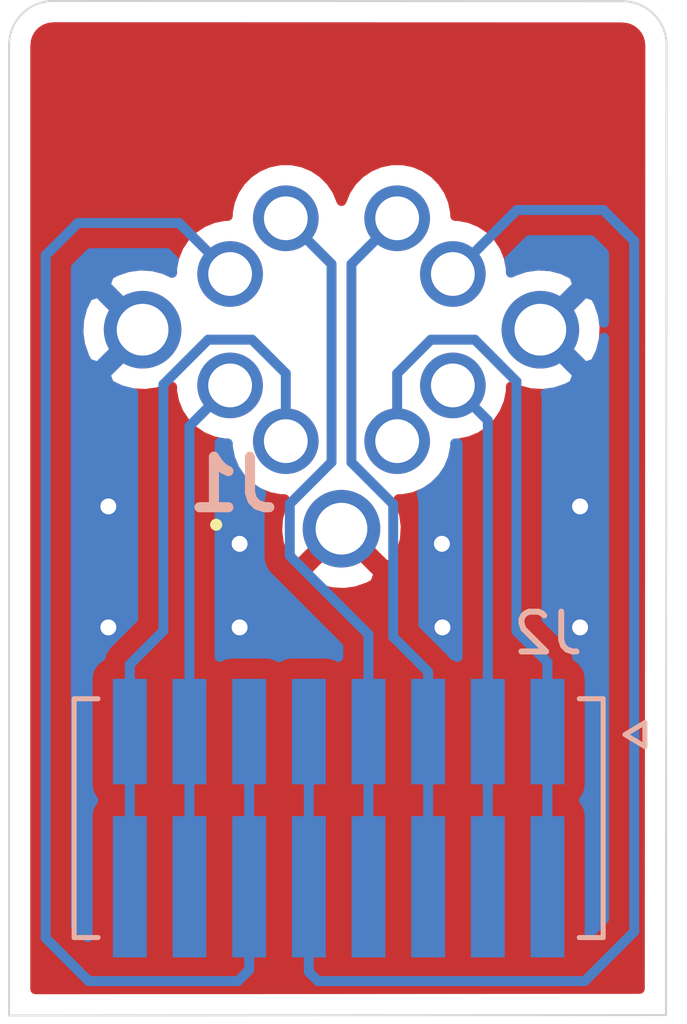
<source format=kicad_pcb>
(kicad_pcb (version 20171130) (host pcbnew 5.1.10-88a1d61d58~88~ubuntu18.04.1)

  (general
    (thickness 1.6)
    (drawings 6)
    (tracks 65)
    (zones 0)
    (modules 2)
    (nets 10)
  )

  (page A4)
  (layers
    (0 F.Cu signal)
    (31 B.Cu signal)
    (32 B.Adhes user)
    (33 F.Adhes user)
    (34 B.Paste user)
    (35 F.Paste user)
    (36 B.SilkS user)
    (37 F.SilkS user)
    (38 B.Mask user)
    (39 F.Mask user)
    (40 Dwgs.User user)
    (41 Cmts.User user)
    (42 Eco1.User user)
    (43 Eco2.User user)
    (44 Edge.Cuts user)
    (45 Margin user)
    (46 B.CrtYd user)
    (47 F.CrtYd user)
    (48 B.Fab user)
    (49 F.Fab user)
  )

  (setup
    (last_trace_width 0.25)
    (trace_clearance 0.2)
    (zone_clearance 0.508)
    (zone_45_only no)
    (trace_min 0.2)
    (via_size 0.8)
    (via_drill 0.4)
    (via_min_size 0.4)
    (via_min_drill 0.3)
    (uvia_size 0.3)
    (uvia_drill 0.1)
    (uvias_allowed no)
    (uvia_min_size 0.2)
    (uvia_min_drill 0.1)
    (edge_width 0.05)
    (segment_width 0.2)
    (pcb_text_width 0.3)
    (pcb_text_size 1.5 1.5)
    (mod_edge_width 0.12)
    (mod_text_size 1 1)
    (mod_text_width 0.15)
    (pad_size 1.524 1.524)
    (pad_drill 0.762)
    (pad_to_mask_clearance 0)
    (aux_axis_origin 0 0)
    (visible_elements FFFFFF7F)
    (pcbplotparams
      (layerselection 0x010fc_ffffffff)
      (usegerberextensions false)
      (usegerberattributes true)
      (usegerberadvancedattributes true)
      (creategerberjobfile true)
      (excludeedgelayer true)
      (linewidth 0.100000)
      (plotframeref false)
      (viasonmask false)
      (mode 1)
      (useauxorigin false)
      (hpglpennumber 1)
      (hpglpenspeed 20)
      (hpglpendiameter 15.000000)
      (psnegative false)
      (psa4output false)
      (plotreference true)
      (plotvalue true)
      (plotinvisibletext false)
      (padsonsilk false)
      (subtractmaskfromsilk false)
      (outputformat 1)
      (mirror false)
      (drillshape 1)
      (scaleselection 1)
      (outputdirectory ""))
  )

  (net 0 "")
  (net 1 GND)
  (net 2 /ETH_TRX3_N)
  (net 3 /ETH_TRX3_P)
  (net 4 /ETH_TRX1_N)
  (net 5 /ETH_TRX2_N)
  (net 6 /ETH_TRX2_P)
  (net 7 /ETH_TRX1_P)
  (net 8 /ETH_TRX0_N)
  (net 9 /ETH_TRX0_P)

  (net_class Default "This is the default net class."
    (clearance 0.2)
    (trace_width 0.25)
    (via_dia 0.8)
    (via_drill 0.4)
    (uvia_dia 0.3)
    (uvia_drill 0.1)
    (add_net /ETH_TRX0_N)
    (add_net /ETH_TRX0_P)
    (add_net /ETH_TRX1_N)
    (add_net /ETH_TRX1_P)
    (add_net /ETH_TRX2_N)
    (add_net /ETH_TRX2_P)
    (add_net /ETH_TRX3_N)
    (add_net /ETH_TRX3_P)
    (add_net GND)
  )

  (module footprints:MOLEX_874370873 (layer B.Cu) (tedit 61BC3736) (tstamp 61BCA3CA)
    (at 133.99008 106.89336 180)
    (path /61BC4F07)
    (fp_text reference J2 (at -5.26288 4.64312) (layer B.SilkS)
      (effects (font (size 1 1) (thickness 0.15)) (justify mirror))
    )
    (fp_text value 874370873 (at 0 -4.34848) (layer B.Fab)
      (effects (font (size 1 1) (thickness 0.15)) (justify mirror))
    )
    (fp_poly (pts (xy 4.7488 0.1262) (xy 5.7512 0.1262) (xy 5.7512 -3.5762) (xy 4.7488 -3.5762)) (layer B.Mask) (width 0.01))
    (fp_poly (pts (xy 4.7488 3.5762) (xy 5.7512 3.5762) (xy 5.7512 0.7738) (xy 4.7488 0.7738)) (layer B.Mask) (width 0.01))
    (fp_poly (pts (xy 4.825 0.85) (xy 5.675 0.85) (xy 5.675 0.05) (xy 4.825 0.05)) (layer Dwgs.User) (width 0.01))
    (fp_poly (pts (xy 3.2488 0.1262) (xy 4.2512 0.1262) (xy 4.2512 -3.5762) (xy 3.2488 -3.5762)) (layer B.Mask) (width 0.01))
    (fp_poly (pts (xy 3.2488 3.5762) (xy 4.2512 3.5762) (xy 4.2512 0.7738) (xy 3.2488 0.7738)) (layer B.Mask) (width 0.01))
    (fp_poly (pts (xy 3.325 0.85) (xy 4.175 0.85) (xy 4.175 0.05) (xy 3.325 0.05)) (layer Dwgs.User) (width 0.01))
    (fp_poly (pts (xy 1.7488 0.1262) (xy 2.7512 0.1262) (xy 2.7512 -3.5762) (xy 1.7488 -3.5762)) (layer B.Mask) (width 0.01))
    (fp_poly (pts (xy 1.7488 3.5762) (xy 2.7512 3.5762) (xy 2.7512 0.7738) (xy 1.7488 0.7738)) (layer B.Mask) (width 0.01))
    (fp_poly (pts (xy 1.825 0.85) (xy 2.675 0.85) (xy 2.675 0.05) (xy 1.825 0.05)) (layer Dwgs.User) (width 0.01))
    (fp_poly (pts (xy 0.2488 0.1262) (xy 1.2512 0.1262) (xy 1.2512 -3.5762) (xy 0.2488 -3.5762)) (layer B.Mask) (width 0.01))
    (fp_poly (pts (xy 0.2488 3.5762) (xy 1.2512 3.5762) (xy 1.2512 0.7738) (xy 0.2488 0.7738)) (layer B.Mask) (width 0.01))
    (fp_poly (pts (xy 0.325 0.85) (xy 1.175 0.85) (xy 1.175 0.05) (xy 0.325 0.05)) (layer Dwgs.User) (width 0.01))
    (fp_poly (pts (xy -1.2512 0.1262) (xy -0.2488 0.1262) (xy -0.2488 -3.5762) (xy -1.2512 -3.5762)) (layer B.Mask) (width 0.01))
    (fp_poly (pts (xy -1.2512 3.5762) (xy -0.2488 3.5762) (xy -0.2488 0.7738) (xy -1.2512 0.7738)) (layer B.Mask) (width 0.01))
    (fp_poly (pts (xy -1.175 0.85) (xy -0.325 0.85) (xy -0.325 0.05) (xy -1.175 0.05)) (layer Dwgs.User) (width 0.01))
    (fp_poly (pts (xy -2.7512 0.1262) (xy -1.7488 0.1262) (xy -1.7488 -3.5762) (xy -2.7512 -3.5762)) (layer B.Mask) (width 0.01))
    (fp_poly (pts (xy -2.7512 3.5762) (xy -1.7488 3.5762) (xy -1.7488 0.7738) (xy -2.7512 0.7738)) (layer B.Mask) (width 0.01))
    (fp_poly (pts (xy -2.675 0.85) (xy -1.825 0.85) (xy -1.825 0.05) (xy -2.675 0.05)) (layer Dwgs.User) (width 0.01))
    (fp_poly (pts (xy -4.2512 0.1262) (xy -3.2488 0.1262) (xy -3.2488 -3.5762) (xy -4.2512 -3.5762)) (layer B.Mask) (width 0.01))
    (fp_poly (pts (xy -4.2512 3.5762) (xy -3.2488 3.5762) (xy -3.2488 0.7738) (xy -4.2512 0.7738)) (layer B.Mask) (width 0.01))
    (fp_poly (pts (xy -4.175 0.85) (xy -3.325 0.85) (xy -3.325 0.05) (xy -4.175 0.05)) (layer Dwgs.User) (width 0.01))
    (fp_poly (pts (xy -5.675 0.85) (xy -4.825 0.85) (xy -4.825 0.05) (xy -5.675 0.05)) (layer Dwgs.User) (width 0.01))
    (fp_line (start 6.65 -3) (end 6.05 -3) (layer B.SilkS) (width 0.127))
    (fp_line (start 6.65 3) (end 6.05 3) (layer B.SilkS) (width 0.127))
    (fp_line (start -6.05 3) (end -6.65 3) (layer B.SilkS) (width 0.127))
    (fp_line (start -6.65 -3) (end -6.05 -3) (layer B.SilkS) (width 0.127))
    (fp_poly (pts (xy -5.7512 3.5762) (xy -4.7488 3.5762) (xy -4.7488 0.7738) (xy -5.7512 0.7738)) (layer B.Mask) (width 0.01))
    (fp_line (start -7.92 4.77) (end 7.92 4.77) (layer B.CrtYd) (width 0.05))
    (fp_line (start -7.92 -4.77) (end -7.92 4.77) (layer B.CrtYd) (width 0.05))
    (fp_line (start 7.92 -4.77) (end -7.92 -4.77) (layer B.CrtYd) (width 0.05))
    (fp_line (start 7.92 4.77) (end 7.92 -4.77) (layer B.CrtYd) (width 0.05))
    (fp_line (start -7.2 2.1) (end -7.7 1.8) (layer B.Fab) (width 0.127))
    (fp_line (start -7.7 2.4) (end -7.2 2.1) (layer B.Fab) (width 0.127))
    (fp_line (start -7.7 1.8) (end -7.7 2.4) (layer B.Fab) (width 0.127))
    (fp_line (start -7.2 2.1) (end -7.7 2.4) (layer B.SilkS) (width 0.127))
    (fp_line (start -7.7 1.8) (end -7.2 2.1) (layer B.SilkS) (width 0.127))
    (fp_line (start -7.7 2.4) (end -7.7 1.8) (layer B.SilkS) (width 0.127))
    (fp_line (start 6.65 -3) (end 6.65 3) (layer B.SilkS) (width 0.127))
    (fp_line (start -6.65 -3) (end -6.65 3) (layer B.SilkS) (width 0.127))
    (fp_line (start -6.65 3) (end 6.65 3) (layer B.Fab) (width 0.127))
    (fp_line (start -6.65 -3) (end -6.65 3) (layer B.Fab) (width 0.127))
    (fp_line (start 6.65 -3) (end -6.65 -3) (layer B.Fab) (width 0.127))
    (fp_line (start 6.65 3) (end 6.65 -3) (layer B.Fab) (width 0.127))
    (fp_poly (pts (xy -5.7512 0.1262) (xy -4.7488 0.1262) (xy -4.7488 -3.5762) (xy -5.7512 -3.5762)) (layer B.Mask) (width 0.01))
    (pad 8_2 smd rect (at 5.25 -1.725 180) (size 0.85 3.55) (layers B.Cu B.Paste)
      (net 9 /ETH_TRX0_P))
    (pad 8_1 smd rect (at 5.25 2.175 180) (size 0.85 2.65) (layers B.Cu B.Paste)
      (net 9 /ETH_TRX0_P))
    (pad 7_2 smd rect (at 3.75 -1.725 180) (size 0.85 3.55) (layers B.Cu B.Paste)
      (net 8 /ETH_TRX0_N))
    (pad 7_1 smd rect (at 3.75 2.175 180) (size 0.85 2.65) (layers B.Cu B.Paste)
      (net 8 /ETH_TRX0_N))
    (pad 6_2 smd rect (at 2.25 -1.725 180) (size 0.85 3.55) (layers B.Cu B.Paste)
      (net 7 /ETH_TRX1_P))
    (pad 6_1 smd rect (at 2.25 2.175 180) (size 0.85 2.65) (layers B.Cu B.Paste)
      (net 7 /ETH_TRX1_P))
    (pad 5_2 smd rect (at 0.75 -1.725 180) (size 0.85 3.55) (layers B.Cu B.Paste)
      (net 4 /ETH_TRX1_N))
    (pad 5_1 smd rect (at 0.75 2.175 180) (size 0.85 2.65) (layers B.Cu B.Paste)
      (net 4 /ETH_TRX1_N))
    (pad 4_2 smd rect (at -0.75 -1.725 180) (size 0.85 3.55) (layers B.Cu B.Paste)
      (net 6 /ETH_TRX2_P))
    (pad 4_1 smd rect (at -0.75 2.175 180) (size 0.85 2.65) (layers B.Cu B.Paste)
      (net 6 /ETH_TRX2_P))
    (pad 3_2 smd rect (at -2.25 -1.725 180) (size 0.85 3.55) (layers B.Cu B.Paste)
      (net 5 /ETH_TRX2_N))
    (pad 3_1 smd rect (at -2.25 2.175 180) (size 0.85 2.65) (layers B.Cu B.Paste)
      (net 5 /ETH_TRX2_N))
    (pad 2_2 smd rect (at -3.75 -1.725 180) (size 0.85 3.55) (layers B.Cu B.Paste)
      (net 3 /ETH_TRX3_P))
    (pad 2_1 smd rect (at -3.75 2.175 180) (size 0.85 2.65) (layers B.Cu B.Paste)
      (net 3 /ETH_TRX3_P))
    (pad 1_2 smd rect (at -5.25 -1.725 180) (size 0.85 3.55) (layers B.Cu B.Paste)
      (net 2 /ETH_TRX3_N))
    (pad 1_1 smd rect (at -5.25 2.175 180) (size 0.85 2.65) (layers B.Cu B.Paste)
      (net 2 /ETH_TRX3_N))
    (model ${KIPRJMOD}/3d_models/874370873.stp
      (offset (xyz 0 -0.5 3))
      (scale (xyz 1 1 1))
      (rotate (xyz -90 0 180))
    )
  )

  (module footprints:1424177 (layer F.Cu) (tedit 0) (tstamp 61BC7F20)
    (at 132.16128 100.02012)
    (descr 1424177-1)
    (tags Connector)
    (path /61BC2D1C)
    (fp_text reference J1 (at -0.82296 -1.51384) (layer B.SilkS)
      (effects (font (size 1.27 1.27) (thickness 0.254)) (justify mirror))
    )
    (fp_text value 1424177 (at 1.9 -4.912) (layer F.SilkS) hide
      (effects (font (size 1.27 1.27) (thickness 0.254)))
    )
    (fp_line (start -5.075 -11.4) (end 8.875 -11.4) (layer F.CrtYd) (width 0.1))
    (fp_line (start 8.875 -11.4) (end 8.875 1.575) (layer F.CrtYd) (width 0.1))
    (fp_line (start 8.875 1.575) (end -5.075 1.575) (layer F.CrtYd) (width 0.1))
    (fp_line (start -5.075 1.575) (end -5.075 -11.4) (layer F.CrtYd) (width 0.1))
    (fp_line (start -3.1 -5.4) (end -3.1 -5.4) (layer F.Fab) (width 0.2))
    (fp_line (start 6.9 -5.4) (end 6.9 -5.4) (layer F.Fab) (width 0.2))
    (fp_line (start -1.3 -0.5) (end -1.3 -0.5) (layer F.SilkS) (width 0.2))
    (fp_line (start -1.2 -0.5) (end -1.2 -0.5) (layer F.SilkS) (width 0.2))
    (fp_line (start -1.3 -0.5) (end -1.3 -0.5) (layer F.SilkS) (width 0.2))
    (fp_arc (start -1.25 -0.5) (end -1.3 -0.5) (angle -180) (layer F.SilkS) (width 0.2))
    (fp_arc (start -1.25 -0.5) (end -1.2 -0.5) (angle -180) (layer F.SilkS) (width 0.2))
    (fp_arc (start -1.25 -0.5) (end -1.3 -0.5) (angle -180) (layer F.SilkS) (width 0.2))
    (fp_arc (start 1.9 -5.4) (end 6.9 -5.4) (angle -180) (layer F.Fab) (width 0.2))
    (fp_arc (start 1.9 -5.4) (end -3.1 -5.4) (angle -180) (layer F.Fab) (width 0.2))
    (fp_text user %R (at -0.82804 -1.50368) (layer B.Fab)
      (effects (font (size 1.27 1.27) (thickness 0.254)) (justify mirror))
    )
    (pad MH3 thru_hole circle (at 6.9 -5.4) (size 1.95 1.95) (drill 1.3) (layers *.Cu *.Mask)
      (net 1 GND))
    (pad MH2 thru_hole circle (at -3.1 -5.4) (size 1.95 1.95) (drill 1.3) (layers *.Cu *.Mask)
      (net 1 GND))
    (pad MH1 thru_hole circle (at 1.9 -0.4) (size 1.95 1.95) (drill 1.3) (layers *.Cu *.Mask)
      (net 1 GND))
    (pad 8 thru_hole circle (at 3.3 -2.6) (size 1.65 1.65) (drill 1.1) (layers *.Cu *.Mask)
      (net 2 /ETH_TRX3_N))
    (pad 7 thru_hole circle (at 4.7 -4) (size 1.65 1.65) (drill 1.1) (layers *.Cu *.Mask)
      (net 3 /ETH_TRX3_P))
    (pad 6 thru_hole circle (at 4.7 -6.8) (size 1.65 1.65) (drill 1.1) (layers *.Cu *.Mask)
      (net 4 /ETH_TRX1_N))
    (pad 5 thru_hole circle (at 3.3 -8.2) (size 1.65 1.65) (drill 1.1) (layers *.Cu *.Mask)
      (net 5 /ETH_TRX2_N))
    (pad 4 thru_hole circle (at 0.5 -8.2) (size 1.65 1.65) (drill 1.1) (layers *.Cu *.Mask)
      (net 6 /ETH_TRX2_P))
    (pad 3 thru_hole circle (at -0.9 -6.8) (size 1.65 1.65) (drill 1.1) (layers *.Cu *.Mask)
      (net 7 /ETH_TRX1_P))
    (pad 2 thru_hole circle (at -0.9 -4) (size 1.65 1.65) (drill 1.1) (layers *.Cu *.Mask)
      (net 8 /ETH_TRX0_N))
    (pad 1 thru_hole circle (at 0.5 -2.6) (size 1.65 1.65) (drill 1.1) (layers *.Cu *.Mask)
      (net 9 /ETH_TRX0_P))
    (model "C:\\Users\\letru\\Downloads\\Phoenix Contact\\1424177\\SamacSys_Parts.3dshapes\\1424177.stp"
      (offset (xyz 1.999999969963015 5.289999882405104 4.380000048659975))
      (scale (xyz 1 1 1))
      (rotate (xyz -180 0 0))
    )
    (model ${KIPRJMOD}/3d_models/1424177.stp
      (offset (xyz 2 5.5 3.5))
      (scale (xyz 1 1 1))
      (rotate (xyz 0 -180 180))
    )
  )

  (gr_arc (start 126.81204 87.46744) (end 126.81204 86.36) (angle -90) (layer Edge.Cuts) (width 0.05) (tstamp 61BCAB14))
  (gr_arc (start 141.12748 87.47252) (end 142.23492 87.47252) (angle -90) (layer Edge.Cuts) (width 0.05))
  (gr_line (start 126.81204 86.36) (end 141.12748 86.36508) (layer Edge.Cuts) (width 0.05))
  (gr_line (start 125.7046 111.85144) (end 125.7046 87.46744) (layer Edge.Cuts) (width 0.05))
  (gr_line (start 142.21968 111.84128) (end 125.7046 111.85144) (layer Edge.Cuts) (width 0.05))
  (gr_line (start 142.23492 87.47252) (end 142.21968 111.84128) (layer Edge.Cuts) (width 0.05))

  (via (at 131.5 102.1) (size 0.8) (drill 0.4) (layers F.Cu B.Cu) (net 1))
  (via (at 136.58596 100) (size 0.8) (drill 0.4) (layers F.Cu B.Cu) (net 1))
  (via (at 136.6 102.1) (size 0.8) (drill 0.4) (layers F.Cu B.Cu) (net 1))
  (via (at 128.2 99.06) (size 0.8) (drill 0.4) (layers F.Cu B.Cu) (net 1))
  (via (at 128.2 102.1) (size 0.8) (drill 0.4) (layers F.Cu B.Cu) (net 1))
  (via (at 140.06 102.1) (size 0.8) (drill 0.4) (layers F.Cu B.Cu) (net 1))
  (via (at 140.06 99.06) (size 0.8) (drill 0.4) (layers F.Cu B.Cu) (net 1))
  (segment (start 139.24008 108.61836) (end 139.24008 104.71836) (width 0.25) (layer B.Cu) (net 2))
  (segment (start 137.74008 108.61836) (end 137.74008 104.71836) (width 0.25) (layer B.Cu) (net 3))
  (segment (start 137.74008 96.89892) (end 136.86128 96.02012) (width 0.25) (layer B.Cu) (net 3))
  (segment (start 137.74008 104.71836) (end 137.74008 96.89892) (width 0.25) (layer B.Cu) (net 3))
  (segment (start 133.24008 108.61836) (end 133.24008 104.71836) (width 0.25) (layer B.Cu) (net 4))
  (segment (start 133.24008 110.756) (end 133.24008 108.61836) (width 0.25) (layer B.Cu) (net 4))
  (segment (start 133.47192 110.98784) (end 133.24008 110.756) (width 0.25) (layer B.Cu) (net 4))
  (segment (start 136.86128 93.22012) (end 138.46868 91.61272) (width 0.25) (layer B.Cu) (net 4))
  (segment (start 140.64488 91.61272) (end 141.42212 92.38996) (width 0.25) (layer B.Cu) (net 4))
  (segment (start 138.46868 91.61272) (end 140.64488 91.61272) (width 0.25) (layer B.Cu) (net 4))
  (segment (start 141.42212 92.38996) (end 141.42212 109.74324) (width 0.25) (layer B.Cu) (net 4))
  (segment (start 140.17752 110.98784) (end 133.47192 110.98784) (width 0.25) (layer B.Cu) (net 4))
  (segment (start 141.42212 109.74324) (end 140.17752 110.98784) (width 0.25) (layer B.Cu) (net 4))
  (segment (start 136.24008 108.61836) (end 136.24008 104.71836) (width 0.25) (layer B.Cu) (net 5))
  (segment (start 134.74008 108.61836) (end 134.74008 104.71836) (width 0.25) (layer B.Cu) (net 6))
  (segment (start 134.74008 104.71836) (end 134.74008 103.4676) (width 0.25) (layer B.Cu) (net 6))
  (segment (start 131.74008 108.61836) (end 131.74008 104.71836) (width 0.25) (layer B.Cu) (net 7))
  (segment (start 129.979 91.93784) (end 131.26128 93.22012) (width 0.25) (layer B.Cu) (net 7))
  (segment (start 131.74008 108.61836) (end 131.74008 110.708) (width 0.25) (layer B.Cu) (net 7))
  (segment (start 131.46024 110.98784) (end 127.70612 110.98784) (width 0.25) (layer B.Cu) (net 7))
  (segment (start 127.70612 110.98784) (end 126.62408 109.9058) (width 0.25) (layer B.Cu) (net 7))
  (segment (start 131.74008 110.708) (end 131.46024 110.98784) (width 0.25) (layer B.Cu) (net 7))
  (segment (start 127.43688 91.93784) (end 129.979 91.93784) (width 0.25) (layer B.Cu) (net 7))
  (segment (start 126.62408 109.9058) (end 126.62408 92.75064) (width 0.25) (layer B.Cu) (net 7))
  (segment (start 126.62408 92.75064) (end 127.43688 91.93784) (width 0.25) (layer B.Cu) (net 7))
  (segment (start 130.24008 108.61836) (end 130.24008 104.71836) (width 0.25) (layer B.Cu) (net 8))
  (segment (start 130.24008 97.04132) (end 131.26128 96.02012) (width 0.25) (layer B.Cu) (net 8))
  (segment (start 130.24008 104.71836) (end 130.24008 97.04132) (width 0.25) (layer B.Cu) (net 8))
  (via (at 131.5 100) (size 0.8) (drill 0.4) (layers F.Cu B.Cu) (net 1))
  (segment (start 135.46128 95.718118) (end 135.46128 97.42012) (width 0.25) (layer B.Cu) (net 2))
  (segment (start 136.309279 94.870119) (end 135.46128 95.718118) (width 0.25) (layer B.Cu) (net 2))
  (segment (start 137.413281 94.870119) (end 136.309279 94.870119) (width 0.25) (layer B.Cu) (net 2))
  (segment (start 139.24008 102.97432) (end 138.46048 102.19472) (width 0.25) (layer B.Cu) (net 2))
  (segment (start 138.46048 102.19472) (end 138.46048 95.920121) (width 0.25) (layer B.Cu) (net 2))
  (segment (start 138.46048 95.920121) (end 138.011281 95.470922) (width 0.25) (layer B.Cu) (net 2))
  (segment (start 138.011281 95.470922) (end 138.011281 95.468119) (width 0.25) (layer B.Cu) (net 2))
  (segment (start 139.24008 104.71836) (end 139.24008 102.97432) (width 0.25) (layer B.Cu) (net 2))
  (segment (start 138.011281 95.468119) (end 137.413281 94.870119) (width 0.25) (layer B.Cu) (net 2))
  (segment (start 134.311279 92.970121) (end 135.46128 91.82012) (width 0.25) (layer B.Cu) (net 5))
  (segment (start 135.36168 102.33748) (end 135.36168 99.00412) (width 0.25) (layer B.Cu) (net 5))
  (segment (start 136.24008 103.21588) (end 135.36168 102.33748) (width 0.25) (layer B.Cu) (net 5))
  (segment (start 135.36168 99.00412) (end 134.311279 97.953719) (width 0.25) (layer B.Cu) (net 5))
  (segment (start 136.24008 104.71836) (end 136.24008 103.21588) (width 0.25) (layer B.Cu) (net 5))
  (segment (start 134.311279 97.953719) (end 134.311279 92.970121) (width 0.25) (layer B.Cu) (net 5))
  (segment (start 133.811281 97.946117) (end 133.811281 92.970121) (width 0.25) (layer B.Cu) (net 6))
  (segment (start 133.811281 92.970121) (end 132.66128 91.82012) (width 0.25) (layer B.Cu) (net 6))
  (segment (start 132.761279 98.996119) (end 133.811281 97.946117) (width 0.25) (layer B.Cu) (net 6))
  (segment (start 132.761279 100.300079) (end 132.761279 98.996119) (width 0.25) (layer B.Cu) (net 6))
  (segment (start 134.74008 104.71836) (end 134.74008 102.27888) (width 0.25) (layer B.Cu) (net 6))
  (segment (start 134.74008 102.27888) (end 132.761279 100.300079) (width 0.25) (layer B.Cu) (net 6))
  (segment (start 128.74008 108.61836) (end 128.74008 104.71836) (width 0.25) (layer B.Cu) (net 9))
  (segment (start 132.66128 95.718118) (end 132.66128 97.42012) (width 0.25) (layer B.Cu) (net 9))
  (segment (start 128.74008 104.71836) (end 128.74008 103.0302) (width 0.25) (layer B.Cu) (net 9))
  (segment (start 128.74008 103.0302) (end 129.584179 102.186101) (width 0.25) (layer B.Cu) (net 9))
  (segment (start 129.584179 102.186101) (end 129.584179 95.995219) (width 0.25) (layer B.Cu) (net 9))
  (segment (start 129.584179 95.995219) (end 130.709279 94.870119) (width 0.25) (layer B.Cu) (net 9))
  (segment (start 130.709279 94.870119) (end 131.813281 94.870119) (width 0.25) (layer B.Cu) (net 9))
  (segment (start 131.813281 94.870119) (end 132.66128 95.718118) (width 0.25) (layer B.Cu) (net 9))

  (zone (net 1) (net_name GND) (layer B.Cu) (tstamp 61BCB248) (hatch edge 0.508)
    (connect_pads (clearance 0.508))
    (min_thickness 0.254)
    (fill yes (arc_segments 32) (thermal_gap 0.508) (thermal_bridge_width 0.508))
    (polygon
      (pts
        (xy 142.27556 111.89208) (xy 125.476 111.887) (xy 125.49124 86.40064) (xy 142.28064 86.39048)
      )
    )
    (filled_polygon
      (pts
        (xy 129.841331 92.874972) (xy 129.80128 93.076323) (xy 129.80128 93.189655) (xy 129.62116 93.1023) (xy 129.31429 93.022237)
        (xy 128.997696 93.00358) (xy 128.683547 93.047046) (xy 128.383913 93.150964) (xy 128.216046 93.240691) (xy 128.123301 93.502536)
        (xy 129.06128 94.440515) (xy 129.075423 94.426373) (xy 129.255028 94.605978) (xy 129.240885 94.62012) (xy 129.255028 94.634263)
        (xy 129.075423 94.813868) (xy 129.06128 94.799725) (xy 128.123301 95.737704) (xy 128.216046 95.999549) (xy 128.5014 96.13794)
        (xy 128.80827 96.218003) (xy 128.82418 96.218941) (xy 128.824179 101.871299) (xy 128.229078 102.466401) (xy 128.20008 102.490199)
        (xy 128.176282 102.519197) (xy 128.176281 102.519198) (xy 128.105106 102.605924) (xy 128.034534 102.737954) (xy 128.01826 102.791604)
        (xy 128.003637 102.839811) (xy 127.960586 102.862823) (xy 127.863895 102.942175) (xy 127.784543 103.038866) (xy 127.725578 103.14918)
        (xy 127.689268 103.268878) (xy 127.677008 103.39336) (xy 127.677008 106.04336) (xy 127.689268 106.167842) (xy 127.725578 106.28754)
        (xy 127.784543 106.397854) (xy 127.821889 106.44336) (xy 127.784543 106.488866) (xy 127.725578 106.59918) (xy 127.689268 106.718878)
        (xy 127.677008 106.84336) (xy 127.677008 109.883927) (xy 127.38408 109.590999) (xy 127.38408 94.683704) (xy 127.44474 94.683704)
        (xy 127.488206 94.997853) (xy 127.592124 95.297487) (xy 127.681851 95.465354) (xy 127.943696 95.558099) (xy 128.881675 94.62012)
        (xy 127.943696 93.682141) (xy 127.681851 93.774886) (xy 127.54346 94.06024) (xy 127.463397 94.36711) (xy 127.44474 94.683704)
        (xy 127.38408 94.683704) (xy 127.38408 93.065441) (xy 127.751682 92.69784) (xy 129.664199 92.69784)
      )
    )
    (filled_polygon
      (pts
        (xy 140.66212 92.704762) (xy 140.66212 94.443066) (xy 140.634354 94.242387) (xy 140.530436 93.942753) (xy 140.440709 93.774886)
        (xy 140.178864 93.682141) (xy 139.240885 94.62012) (xy 140.178864 95.558099) (xy 140.440709 95.465354) (xy 140.5791 95.18)
        (xy 140.659163 94.87313) (xy 140.66212 94.82295) (xy 140.662121 109.428437) (xy 140.303152 109.787406) (xy 140.303152 106.84336)
        (xy 140.290892 106.718878) (xy 140.254582 106.59918) (xy 140.195617 106.488866) (xy 140.158271 106.44336) (xy 140.195617 106.397854)
        (xy 140.254582 106.28754) (xy 140.290892 106.167842) (xy 140.303152 106.04336) (xy 140.303152 103.39336) (xy 140.290892 103.268878)
        (xy 140.254582 103.14918) (xy 140.195617 103.038866) (xy 140.116265 102.942175) (xy 140.019574 102.862823) (xy 139.991286 102.847703)
        (xy 139.989083 102.825334) (xy 139.945626 102.682073) (xy 139.904923 102.605924) (xy 139.875054 102.550043) (xy 139.803879 102.463317)
        (xy 139.780081 102.434319) (xy 139.751082 102.410521) (xy 139.22048 101.879919) (xy 139.22048 96.455722) (xy 139.224156 96.418399)
        (xy 139.22048 96.381076) (xy 139.22048 96.381067) (xy 139.209483 96.269414) (xy 139.196539 96.226743) (xy 139.439013 96.193194)
        (xy 139.738647 96.089276) (xy 139.906514 95.999549) (xy 139.999259 95.737704) (xy 139.06128 94.799725) (xy 139.047138 94.813868)
        (xy 138.867533 94.634263) (xy 138.881675 94.62012) (xy 138.867533 94.605978) (xy 139.047138 94.426373) (xy 139.06128 94.440515)
        (xy 139.999259 93.502536) (xy 139.906514 93.240691) (xy 139.62116 93.1023) (xy 139.31429 93.022237) (xy 138.997696 93.00358)
        (xy 138.683547 93.047046) (xy 138.383913 93.150964) (xy 138.32128 93.184442) (xy 138.32128 93.076323) (xy 138.281229 92.874973)
        (xy 138.783482 92.37272) (xy 140.330079 92.37272)
      )
    )
    (filled_polygon
      (pts
        (xy 131.117483 97.48012) (xy 131.20128 97.48012) (xy 131.20128 97.563917) (xy 131.257387 97.845986) (xy 131.367445 98.111689)
        (xy 131.527224 98.350816) (xy 131.730584 98.554176) (xy 131.969711 98.713955) (xy 132.043414 98.744484) (xy 132.012277 98.847134)
        (xy 131.997603 98.996119) (xy 132.00128 99.033451) (xy 132.001279 100.262756) (xy 131.997603 100.300079) (xy 132.001279 100.337401)
        (xy 132.001279 100.337411) (xy 132.012276 100.449064) (xy 132.045351 100.558099) (xy 132.055733 100.592325) (xy 132.126305 100.724355)
        (xy 132.16615 100.772905) (xy 132.221278 100.84008) (xy 132.250282 100.863883) (xy 133.980081 102.593683) (xy 133.980081 102.841713)
        (xy 133.90926 102.803858) (xy 133.789562 102.767548) (xy 133.66508 102.755288) (xy 132.81508 102.755288) (xy 132.690598 102.767548)
        (xy 132.5709 102.803858) (xy 132.49008 102.847058) (xy 132.40926 102.803858) (xy 132.289562 102.767548) (xy 132.16508 102.755288)
        (xy 131.31508 102.755288) (xy 131.190598 102.767548) (xy 131.0709 102.803858) (xy 131.00008 102.841713) (xy 131.00008 97.456767)
      )
    )
    (filled_polygon
      (pts
        (xy 136.98008 102.841713) (xy 136.90926 102.803858) (xy 136.876252 102.793845) (xy 136.875054 102.791604) (xy 136.780081 102.675879)
        (xy 136.751083 102.652081) (xy 136.12168 102.022679) (xy 136.12168 99.041442) (xy 136.125356 99.004119) (xy 136.12168 98.966796)
        (xy 136.12168 98.966787) (xy 136.110683 98.855134) (xy 136.077345 98.74523) (xy 136.152849 98.713955) (xy 136.391976 98.554176)
        (xy 136.595336 98.350816) (xy 136.755115 98.111689) (xy 136.865173 97.845986) (xy 136.92128 97.563917) (xy 136.92128 97.48012)
        (xy 136.980081 97.48012)
      )
    )
    (filled_polygon
      (pts
        (xy 134.255028 99.605978) (xy 134.240885 99.62012) (xy 134.255028 99.634263) (xy 134.075423 99.813868) (xy 134.06128 99.799725)
        (xy 134.047138 99.813868) (xy 133.867533 99.634263) (xy 133.881675 99.62012) (xy 133.867533 99.605978) (xy 134.047138 99.426373)
        (xy 134.06128 99.440515) (xy 134.075423 99.426373)
      )
    )
  )
  (zone (net 1) (net_name GND) (layer F.Cu) (tstamp 61BCB245) (hatch edge 0.508)
    (connect_pads (clearance 0.508))
    (min_thickness 0.254)
    (fill yes (arc_segments 32) (thermal_gap 0.508) (thermal_bridge_width 0.508))
    (polygon
      (pts
        (xy 142.748 86.39048) (xy 142.73784 111.887) (xy 125.476 111.887) (xy 125.476 86.38032)
      )
    )
    (filled_polygon
      (pts
        (xy 141.09508 87.025068) (xy 141.213771 87.036706) (xy 141.296781 87.061768) (xy 141.373337 87.102473) (xy 141.440531 87.157276)
        (xy 141.495801 87.224086) (xy 141.537041 87.300358) (xy 141.56268 87.383183) (xy 141.574904 87.499483) (xy 141.560093 111.181686)
        (xy 126.3646 111.191035) (xy 126.3646 100.737704) (xy 133.123301 100.737704) (xy 133.216046 100.999549) (xy 133.5014 101.13794)
        (xy 133.80827 101.218003) (xy 134.124864 101.23666) (xy 134.439013 101.193194) (xy 134.738647 101.089276) (xy 134.906514 100.999549)
        (xy 134.999259 100.737704) (xy 134.06128 99.799725) (xy 133.123301 100.737704) (xy 126.3646 100.737704) (xy 126.3646 94.683704)
        (xy 127.44474 94.683704) (xy 127.488206 94.997853) (xy 127.592124 95.297487) (xy 127.681851 95.465354) (xy 127.943696 95.558099)
        (xy 128.881675 94.62012) (xy 127.943696 93.682141) (xy 127.681851 93.774886) (xy 127.54346 94.06024) (xy 127.463397 94.36711)
        (xy 127.44474 94.683704) (xy 126.3646 94.683704) (xy 126.3646 93.502536) (xy 128.123301 93.502536) (xy 129.06128 94.440515)
        (xy 129.075423 94.426373) (xy 129.255028 94.605978) (xy 129.240885 94.62012) (xy 129.255028 94.634263) (xy 129.075423 94.813868)
        (xy 129.06128 94.799725) (xy 128.123301 95.737704) (xy 128.216046 95.999549) (xy 128.5014 96.13794) (xy 128.80827 96.218003)
        (xy 129.124864 96.23666) (xy 129.439013 96.193194) (xy 129.738647 96.089276) (xy 129.80128 96.055798) (xy 129.80128 96.163917)
        (xy 129.857387 96.445986) (xy 129.967445 96.711689) (xy 130.127224 96.950816) (xy 130.330584 97.154176) (xy 130.569711 97.313955)
        (xy 130.835414 97.424013) (xy 131.117483 97.48012) (xy 131.20128 97.48012) (xy 131.20128 97.563917) (xy 131.257387 97.845986)
        (xy 131.367445 98.111689) (xy 131.527224 98.350816) (xy 131.730584 98.554176) (xy 131.969711 98.713955) (xy 132.235414 98.824013)
        (xy 132.517483 98.88012) (xy 132.630815 98.88012) (xy 132.54346 99.06024) (xy 132.463397 99.36711) (xy 132.44474 99.683704)
        (xy 132.488206 99.997853) (xy 132.592124 100.297487) (xy 132.681851 100.465354) (xy 132.943696 100.558099) (xy 133.881675 99.62012)
        (xy 133.867533 99.605978) (xy 134.047138 99.426373) (xy 134.06128 99.440515) (xy 134.075423 99.426373) (xy 134.255028 99.605978)
        (xy 134.240885 99.62012) (xy 135.178864 100.558099) (xy 135.440709 100.465354) (xy 135.5791 100.18) (xy 135.659163 99.87313)
        (xy 135.67782 99.556536) (xy 135.634354 99.242387) (xy 135.530436 98.942753) (xy 135.496958 98.88012) (xy 135.605077 98.88012)
        (xy 135.887146 98.824013) (xy 136.152849 98.713955) (xy 136.391976 98.554176) (xy 136.595336 98.350816) (xy 136.755115 98.111689)
        (xy 136.865173 97.845986) (xy 136.92128 97.563917) (xy 136.92128 97.48012) (xy 137.005077 97.48012) (xy 137.287146 97.424013)
        (xy 137.552849 97.313955) (xy 137.791976 97.154176) (xy 137.995336 96.950816) (xy 138.155115 96.711689) (xy 138.265173 96.445986)
        (xy 138.32128 96.163917) (xy 138.32128 96.050585) (xy 138.5014 96.13794) (xy 138.80827 96.218003) (xy 139.124864 96.23666)
        (xy 139.439013 96.193194) (xy 139.738647 96.089276) (xy 139.906514 95.999549) (xy 139.999259 95.737704) (xy 139.06128 94.799725)
        (xy 139.047138 94.813868) (xy 138.867533 94.634263) (xy 138.881675 94.62012) (xy 139.240885 94.62012) (xy 140.178864 95.558099)
        (xy 140.440709 95.465354) (xy 140.5791 95.18) (xy 140.659163 94.87313) (xy 140.67782 94.556536) (xy 140.634354 94.242387)
        (xy 140.530436 93.942753) (xy 140.440709 93.774886) (xy 140.178864 93.682141) (xy 139.240885 94.62012) (xy 138.881675 94.62012)
        (xy 138.867533 94.605978) (xy 139.047138 94.426373) (xy 139.06128 94.440515) (xy 139.999259 93.502536) (xy 139.906514 93.240691)
        (xy 139.62116 93.1023) (xy 139.31429 93.022237) (xy 138.997696 93.00358) (xy 138.683547 93.047046) (xy 138.383913 93.150964)
        (xy 138.32128 93.184442) (xy 138.32128 93.076323) (xy 138.265173 92.794254) (xy 138.155115 92.528551) (xy 137.995336 92.289424)
        (xy 137.791976 92.086064) (xy 137.552849 91.926285) (xy 137.287146 91.816227) (xy 137.005077 91.76012) (xy 136.92128 91.76012)
        (xy 136.92128 91.676323) (xy 136.865173 91.394254) (xy 136.755115 91.128551) (xy 136.595336 90.889424) (xy 136.391976 90.686064)
        (xy 136.152849 90.526285) (xy 135.887146 90.416227) (xy 135.605077 90.36012) (xy 135.317483 90.36012) (xy 135.035414 90.416227)
        (xy 134.769711 90.526285) (xy 134.530584 90.686064) (xy 134.327224 90.889424) (xy 134.167445 91.128551) (xy 134.06128 91.384855)
        (xy 133.955115 91.128551) (xy 133.795336 90.889424) (xy 133.591976 90.686064) (xy 133.352849 90.526285) (xy 133.087146 90.416227)
        (xy 132.805077 90.36012) (xy 132.517483 90.36012) (xy 132.235414 90.416227) (xy 131.969711 90.526285) (xy 131.730584 90.686064)
        (xy 131.527224 90.889424) (xy 131.367445 91.128551) (xy 131.257387 91.394254) (xy 131.20128 91.676323) (xy 131.20128 91.76012)
        (xy 131.117483 91.76012) (xy 130.835414 91.816227) (xy 130.569711 91.926285) (xy 130.330584 92.086064) (xy 130.127224 92.289424)
        (xy 129.967445 92.528551) (xy 129.857387 92.794254) (xy 129.80128 93.076323) (xy 129.80128 93.189655) (xy 129.62116 93.1023)
        (xy 129.31429 93.022237) (xy 128.997696 93.00358) (xy 128.683547 93.047046) (xy 128.383913 93.150964) (xy 128.216046 93.240691)
        (xy 128.123301 93.502536) (xy 126.3646 93.502536) (xy 126.3646 87.499719) (xy 126.376226 87.381149) (xy 126.401288 87.298139)
        (xy 126.441993 87.221583) (xy 126.496796 87.154389) (xy 126.563606 87.099119) (xy 126.639878 87.057879) (xy 126.722703 87.03224)
        (xy 126.839072 87.020009)
      )
    )
  )
)

</source>
